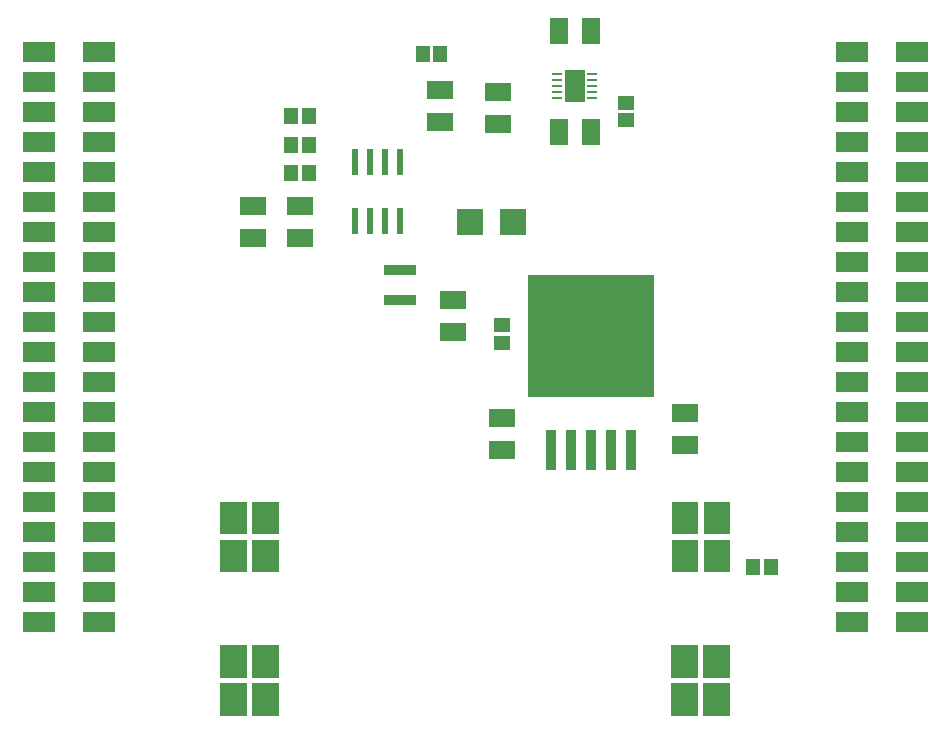
<source format=gbp>
G04*
G04 #@! TF.GenerationSoftware,Altium Limited,Altium Designer,22.2.1 (43)*
G04*
G04 Layer_Color=128*
%FSLAX25Y25*%
%MOIN*%
G70*
G04*
G04 #@! TF.SameCoordinates,CBF4553D-0762-4C84-892B-76C30CA0112F*
G04*
G04*
G04 #@! TF.FilePolarity,Positive*
G04*
G01*
G75*
%ADD14R,0.04756X0.05543*%
%ADD29R,0.02100X0.09000*%
%ADD32R,0.10600X0.03350*%
%ADD33R,0.08584X0.08701*%
%ADD34R,0.03200X0.01000*%
%ADD35R,0.42200X0.40800*%
%ADD36R,0.03800X0.13800*%
%ADD37R,0.06900X0.10630*%
%ADD38R,0.08693X0.06331*%
%ADD39R,0.11016X0.07000*%
%ADD41R,0.05543X0.04756*%
%ADD42R,0.06331X0.08693*%
G36*
X-116473Y-93153D02*
X-122586D01*
Y-88626D01*
X-116473D01*
Y-93153D01*
D02*
G37*
G36*
Y-98468D02*
X-122586D01*
Y-93941D01*
X-116473D01*
Y-98468D01*
D02*
G37*
G36*
X-67697Y-242951D02*
X-76555D01*
Y-232125D01*
X-67697D01*
Y-242951D01*
D02*
G37*
G36*
X-78327D02*
X-87185D01*
Y-232125D01*
X-78327D01*
Y-242951D01*
D02*
G37*
G36*
X-218257D02*
X-227115D01*
Y-232125D01*
X-218257D01*
Y-242951D01*
D02*
G37*
G36*
X-228887D02*
X-237745D01*
Y-232125D01*
X-228887D01*
Y-242951D01*
D02*
G37*
G36*
X-67697Y-255550D02*
X-76555D01*
Y-244723D01*
X-67697D01*
Y-255550D01*
D02*
G37*
G36*
X-78327D02*
X-87185D01*
Y-244723D01*
X-78327D01*
Y-255550D01*
D02*
G37*
G36*
X-218257D02*
X-227115D01*
Y-244723D01*
X-218257D01*
Y-255550D01*
D02*
G37*
G36*
X-228887D02*
X-237745D01*
Y-244723D01*
X-228887D01*
Y-255550D01*
D02*
G37*
G36*
X-67857Y-290752D02*
X-76715D01*
Y-279925D01*
X-67857D01*
Y-290752D01*
D02*
G37*
G36*
X-78487D02*
X-87345D01*
Y-279925D01*
X-78487D01*
Y-290752D01*
D02*
G37*
G36*
X-218257D02*
X-227115D01*
Y-279925D01*
X-218257D01*
Y-290752D01*
D02*
G37*
G36*
X-228887D02*
X-237745D01*
Y-279925D01*
X-228887D01*
Y-290752D01*
D02*
G37*
G36*
X-67857Y-303350D02*
X-76715D01*
Y-292523D01*
X-67857D01*
Y-303350D01*
D02*
G37*
G36*
X-78487D02*
X-87345D01*
Y-292523D01*
X-78487D01*
Y-303350D01*
D02*
G37*
G36*
X-218257D02*
X-227115D01*
Y-292523D01*
X-218257D01*
Y-303350D01*
D02*
G37*
G36*
X-228887D02*
X-237745D01*
Y-292523D01*
X-228887D01*
Y-303350D01*
D02*
G37*
D14*
X-60152Y-253834D02*
D03*
X-54247D02*
D03*
X-214108Y-122437D02*
D03*
X-208203D02*
D03*
X-214108Y-113038D02*
D03*
X-208203D02*
D03*
Y-103586D02*
D03*
X-170254Y-82699D02*
D03*
X-164348D02*
D03*
X-214108Y-103586D02*
D03*
D29*
X-177701Y-138526D02*
D03*
X-182701D02*
D03*
X-187701D02*
D03*
X-192701D02*
D03*
Y-118726D02*
D03*
X-187701D02*
D03*
X-182701D02*
D03*
X-177701D02*
D03*
D32*
Y-154787D02*
D03*
Y-164837D02*
D03*
D33*
X-139970Y-138919D02*
D03*
X-154593D02*
D03*
D34*
X-113729Y-97485D02*
D03*
Y-95516D02*
D03*
Y-93547D02*
D03*
Y-91578D02*
D03*
Y-89609D02*
D03*
X-125329Y-97485D02*
D03*
Y-95516D02*
D03*
Y-93547D02*
D03*
Y-91578D02*
D03*
Y-89609D02*
D03*
D35*
X-114214Y-176845D02*
D03*
D36*
Y-214845D02*
D03*
X-120907D02*
D03*
X-127600D02*
D03*
X-100829D02*
D03*
X-107521D02*
D03*
D37*
X-119529Y-93547D02*
D03*
D38*
X-160285Y-164837D02*
D03*
Y-175467D02*
D03*
X-226701Y-133604D02*
D03*
Y-144234D02*
D03*
X-211155Y-133604D02*
D03*
Y-144234D02*
D03*
X-82916Y-202637D02*
D03*
X-145001Y-106145D02*
D03*
X-164348Y-105555D02*
D03*
X-143706Y-214842D02*
D03*
X-164348Y-94925D02*
D03*
X-145001Y-95515D02*
D03*
X-143706Y-204212D02*
D03*
X-82916Y-213267D02*
D03*
D39*
X-7155Y-162170D02*
D03*
Y-122170D02*
D03*
Y-142170D02*
D03*
Y-152170D02*
D03*
Y-132170D02*
D03*
Y-212170D02*
D03*
Y-172170D02*
D03*
Y-182170D02*
D03*
X-27037D02*
D03*
X-7155Y-202170D02*
D03*
Y-192170D02*
D03*
X-27037Y-142170D02*
D03*
Y-152170D02*
D03*
Y-132170D02*
D03*
Y-162170D02*
D03*
Y-172170D02*
D03*
Y-192170D02*
D03*
Y-202170D02*
D03*
Y-212170D02*
D03*
X-7155Y-242170D02*
D03*
Y-222170D02*
D03*
X-27037Y-232170D02*
D03*
Y-222170D02*
D03*
X-7155Y-232170D02*
D03*
X-27037Y-252170D02*
D03*
Y-242170D02*
D03*
X-7155Y-272170D02*
D03*
Y-252170D02*
D03*
Y-262170D02*
D03*
X-27037D02*
D03*
Y-272170D02*
D03*
Y-122170D02*
D03*
X-7155Y-112170D02*
D03*
X-27037D02*
D03*
X-7155Y-102170D02*
D03*
X-27037D02*
D03*
X-7155Y-92170D02*
D03*
X-27037D02*
D03*
X-7155Y-82170D02*
D03*
X-27037D02*
D03*
X-298063D02*
D03*
X-278181D02*
D03*
X-298063Y-92170D02*
D03*
X-278181D02*
D03*
X-298063Y-102170D02*
D03*
X-278181D02*
D03*
X-298063Y-112170D02*
D03*
X-278181D02*
D03*
X-298063Y-122170D02*
D03*
X-278181Y-272170D02*
D03*
X-298063Y-262170D02*
D03*
Y-272170D02*
D03*
Y-252170D02*
D03*
Y-232170D02*
D03*
Y-242170D02*
D03*
Y-222170D02*
D03*
Y-212170D02*
D03*
X-278181Y-262170D02*
D03*
Y-252170D02*
D03*
Y-242170D02*
D03*
Y-232170D02*
D03*
Y-202170D02*
D03*
Y-222170D02*
D03*
Y-212170D02*
D03*
X-298063Y-192170D02*
D03*
Y-202170D02*
D03*
Y-162170D02*
D03*
Y-182170D02*
D03*
Y-172170D02*
D03*
Y-152170D02*
D03*
Y-142170D02*
D03*
Y-132170D02*
D03*
X-278181Y-182170D02*
D03*
Y-192170D02*
D03*
Y-172170D02*
D03*
Y-162170D02*
D03*
Y-132170D02*
D03*
Y-152170D02*
D03*
Y-142170D02*
D03*
Y-122170D02*
D03*
D41*
X-102601Y-99059D02*
D03*
Y-104964D02*
D03*
X-143701Y-173137D02*
D03*
Y-179043D02*
D03*
D42*
X-114214Y-75078D02*
D03*
X-124844D02*
D03*
Y-108704D02*
D03*
X-114214D02*
D03*
M02*

</source>
